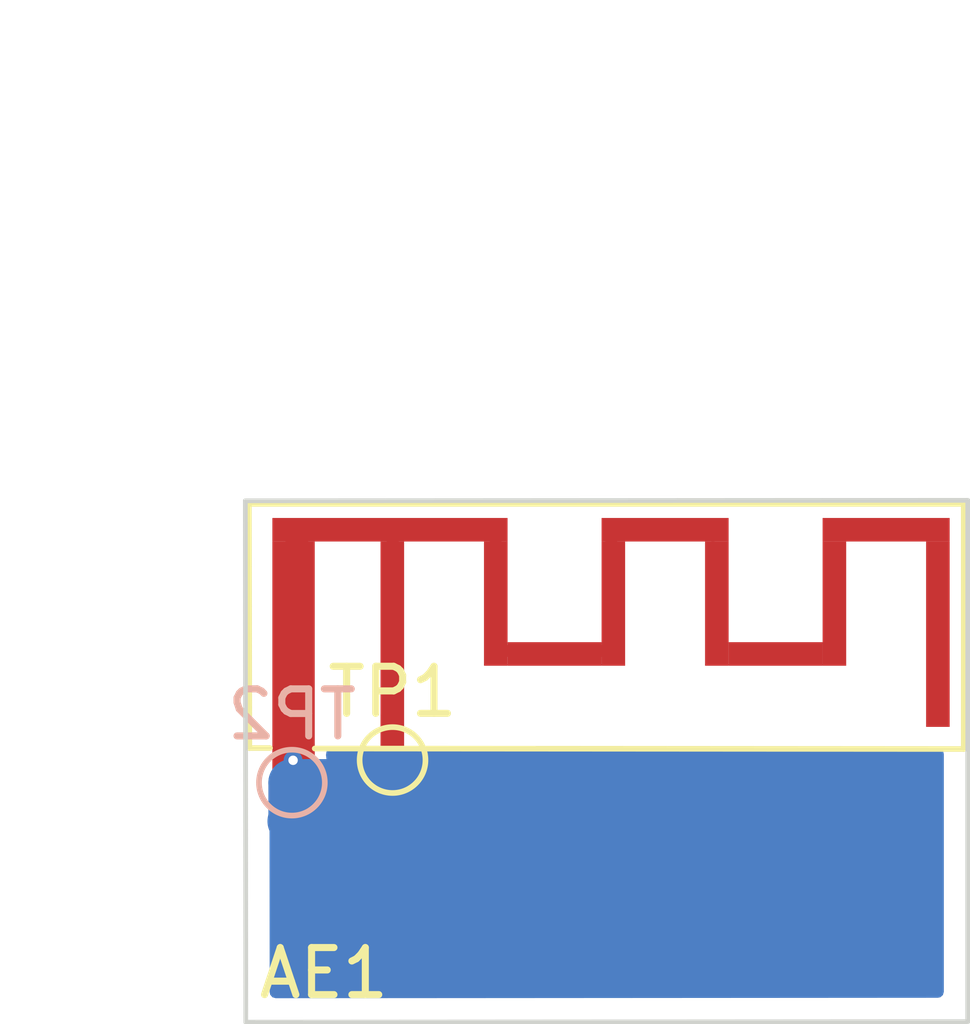
<source format=kicad_pcb>
(kicad_pcb (version 20211014) (generator pcbnew)
  (layers (0 "F.Cu" signal) (31 "B.Cu" signal) (34 "B.Paste" user) (35 "F.Paste" user) (36 "B.SilkS" user "B.Silkscreen") (37 "F.SilkS" user "F.Silkscreen") (38 "B.Mask" user) (39 "F.Mask" user) (44 "Edge.Cuts" user))
  (net 0 "")
  (net 1 "GND")
  (net 2 "Net-(AE1-Pad1)")
  (footprint "Small2_4GHz_PCB_Antenna:Small2_4GHz_PCB_Antenna" (layer "F.Cu") (at 140.535 97.305)
    (fp_text reference "AE1" (at 1.095 9.675) (layer "F.SilkS"))
    (fp_text value "Antenna_Dipole")
    (fp_poly (pts (xy 7.5 3.14) (xy 7 3.14) (xy 7 0.5) (xy 7.5 0.5)) (layer "F.Cu") (width 0.001) (fill solid))
    (fp_poly (pts (xy 7 3.14) (xy 5 3.14) (xy 5 2.64) (xy 7 2.64)) (layer "F.Cu") (width 0.001) (fill solid))
    (fp_poly (pts (xy 2.8 5.4) (xy 2.3 5.4) (xy 2.3 0.5) (xy 2.8 0.5)) (layer "F.Cu") (width 0.001) (fill solid))
    (fp_poly (pts (xy 11.7 3.14) (xy 9.7 3.14) (xy 9.7 2.64) (xy 11.7 2.64)) (layer "F.Cu") (width 0.001) (fill solid))
    (fp_poly (pts (xy 14.4 4.44) (xy 13.9 4.44) (xy 13.9 0.5) (xy 14.4 0.5)) (layer "F.Cu") (width 0.001) (fill solid))
    (fp_poly (pts (xy 5 3.14) (xy 4.5 3.14) (xy 4.5 0.5) (xy 5 0.5)) (layer "F.Cu") (width 0.001) (fill solid))
    (fp_poly (pts (xy 9.7 0.5) (xy 7 0.5) (xy 7 0) (xy 9.7 0)) (layer "F.Cu") (width 0.001) (fill solid))
    (fp_poly (pts (xy 5 0.5) (xy 0 0.5) (xy 0 0) (xy 5 0)) (layer "F.Cu") (width 0.001) (fill solid))
    (fp_poly (pts (xy 14.4 0.5) (xy 11.7 0.5) (xy 11.7 0) (xy 14.4 0)) (layer "F.Cu") (width 0.001) (fill solid))
    (fp_poly (pts (xy 12.2 3.14) (xy 11.7 3.14) (xy 11.7 0.5) (xy 12.2 0.5)) (layer "F.Cu") (width 0.001) (fill solid))
    (fp_poly (pts (xy 0.9 5.4) (xy 0 5.4) (xy 0 0.5) (xy 0.9 0.5)) (layer "F.Cu") (width 0.001) (fill solid))
    (fp_poly (pts (xy 9.7 3.14) (xy 9.2 3.14) (xy 9.2 0.5) (xy 9.7 0.5)) (layer "F.Cu") (width 0.001) (fill solid))
    (fp_line (start -0.49 4.89) (end -0.05 4.89) (layer "F.SilkS") (width 0.12))
    (fp_line (start -0.5 -0.3) (end 14.7 -0.3) (layer "F.SilkS") (width 0.12))
    (fp_line (start 0.9 4.9) (end 14.7 4.91) (layer "F.SilkS") (width 0.12))
    (fp_line (start -0.5 -0.3) (end -0.49 4.89) (layer "F.SilkS") (width 0.12))
    (fp_line (start 14.7 -0.3) (end 14.7 4.91) (layer "F.SilkS") (width 0.12))
    (pad "1" smd circle locked (at 2.56 5.18) (size 0.4 0.4) (layers "F.Cu" "F.Paste" "F.Mask") (net 2 "Net-(AE1-Pad1)"))
    (pad "2" thru_hole circle locked (at 0.44 5.15) (size 0.4 0.4) (drill 0.2) (layers *.Cu *.Mask) (net 1 "GND"))
  )
  (footprint "TestPoint:TestPoint_Pad_D1.0mm" (layer "F.Cu") (at 143.09 102.45)
    (fp_text reference "TP1" (at 0 -1.448) (layer "F.SilkS"))
    (fp_text value "Feed")
    (fp_circle (center 0 0) (end 0 0.7) (layer "F.SilkS") (width 0.12) (fill none))
    (pad "1" smd circle (at 0 0) (size 0.5 0.5) (layers "F.Cu" "F.Mask") (net 2 "Net-(AE1-Pad1)"))
  )
  (footprint "TestPoint:TestPoint_Pad_D1.0mm" (layer "B.Cu") (at 140.95 102.93 180)
    (fp_text reference "TP2" (at 0 1.448) (layer "B.SilkS") (effects (justify mirror)))
    (fp_text value "Ground")
    (fp_circle (center 0 0) (end 0 -0.7) (layer "B.SilkS") (width 0.12) (fill none))
    (pad "1" smd circle (at 0 0 180) (size 0.5 0.5) (layers "B.Cu" "B.Mask") (net 1 "GND"))
  )
  (gr_line (start 139.96 96.94) (end 155.32 96.93) (layer "Edge.Cuts") (width 0.1))
  (gr_line (start 155.32 96.93) (end 155.32 108.01) (layer "Edge.Cuts") (width 0.1))
  (gr_line (start 155.32 108.01) (end 139.97 108.02) (layer "Edge.Cuts") (width 0.1))
  (gr_line (start 139.97 108.02) (end 139.96 96.94) (layer "Edge.Cuts") (width 0.1))
  (segment (start 140.94 97.63) (end 140.94 97.71) (width 0.25) (layer "F.Cu") (net 0))
  (segment (start 141.18 97.47) (end 140.94 97.71) (width 0.25) (layer "F.Cu") (net 0))
  (segment (start 141.45 97.47) (end 141.18 97.47) (width 0.25) (layer "F.Cu") (net 0))
  (segment (start 140.94 97.98) (end 141.45 97.47) (width 0.25) (layer "F.Cu") (net 0))
  (segment (start 141.91 97.47) (end 141.45 97.47) (width 0.25) (layer "F.Cu") (net 0))
  (segment (start 140.94 97.71) (end 140.94 98.22) (width 0.25) (layer "F.Cu") (net 0))
  (segment (start 140.94 101.72) (end 140.99 101.77) (width 0.25) (layer "F.Cu") (net 0))
  (segment (start 140.94 98.22) (end 140.94 101.72) (width 0.25) (layer "F.Cu") (net 0))
  (segment (start 140.94 98.22) (end 140.94 97.98) (width 0.25) (layer "F.Cu") (net 0))
  (segment (start 140.95 103.73) (end 140.93 103.75) (width 1) (layer "B.Cu") (net 1))
  (segment (start 141.83 102.93) (end 141.84 102.94) (width 1) (layer "B.Cu") (net 1))
  (segment (start 140.975 102.905) (end 140.95 102.93) (width 0.25) (layer "B.Cu") (net 1))
  (segment (start 140.975 102.455) (end 140.975 102.905) (width 0.25) (layer "B.Cu") (net 1))
  (segment (start 140.95 102.93) (end 141.83 102.93) (width 1) (layer "B.Cu") (net 1))
  (segment (start 140.95 102.93) (end 140.95 103.73) (width 1) (layer "B.Cu") (net 1))
  (segment (start 149.9 97.68) (end 149.8 97.58) (width 0.25) (layer "F.Cu") (net 2))
  (segment (start 145.28 100.09) (end 145.28 97.55) (width 0.25) (layer "F.Cu") (net 2))
  (segment (start 143.095 102.455) (end 143.09 102.45) (width 0.25) (layer "F.Cu") (net 2))
  (segment (start 147.68 100.13) (end 145.32 100.13) (width 0.25) (layer "F.Cu") (net 2))
  (segment (start 149.8 97.58) (end 147.74 97.58) (width 0.25) (layer "F.Cu") (net 2))
  (segment (start 143.095 97.565) (end 143.1 97.56) (width 0.25) (layer "F.Cu") (net 2))
  (segment (start 145.32 100.13) (end 145.28 100.09) (width 0.25) (layer "F.Cu") (net 2))
  (segment (start 143.09 97.57) (end 143.1 97.56) (width 0.25) (layer "F.Cu") (net 2))
  (segment (start 143.095 102.485) (end 143.095 102.455) (width 0.25) (layer "F.Cu") (net 2))
  (segment (start 145.28 97.55) (end 143.09 97.55) (width 0.25) (layer "F.Cu") (net 2))
  (segment (start 143.09 97.55) (end 143.1 97.56) (width 0.25) (layer "F.Cu") (net 2))
  (segment (start 147.74 100.07) (end 147.68 100.13) (width 0.25) (layer "F.Cu") (net 2))
  (segment (start 147.74 97.58) (end 147.74 100.07) (width 0.25) (layer "F.Cu") (net 2))
  (segment (start 143.09 102.45) (end 143.09 97.57) (width 0.25) (layer "F.Cu") (net 2))
  (segment (start 143.095 102.485) (end 143.095 97.565) (width 0.25) (layer "F.Cu") (net 2))
  (zone (net 1) (net_name "GND") (layer "B.Cu") (connect_pads (clearance 0.508)) (min_thickness 0.254) (fill yes (thermal_gap 0.508) (thermal_bridge_width 0.508))
    (polygon (pts (xy 155.24 107.9) (xy 140.08 107.91) (xy 140.06 102.2) (xy 155.22 102.2)))
  )
)
</source>
